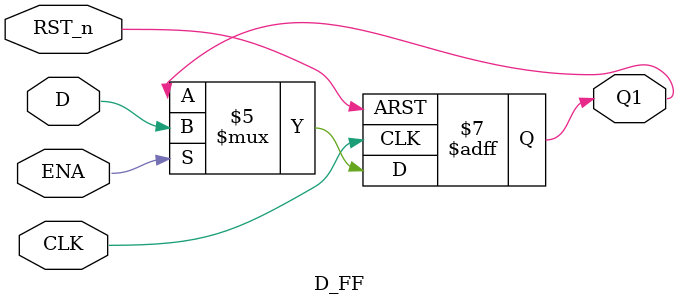
<source format=v>
`timescale 1ns / 1ns
module regfile(
    input clk, //¼Ä´æÆ÷×éÊ±ÖÓÐÅºÅ£¬ÏÂ½µÑØÐ´ÈëÊý¾Ý
    input rst, //reset ÐÅºÅ£¬Òì²½¸´Î»£¬¸ßµçÆ½Ê±È«²¿¼Ä´æÆ÷ÖÃÁã
    input we, //¼Ä´æÆ÷¶ÁÐ´ÓÐÐ§ÐÅºÅ£¬¸ßµçÆ½Ê±ÔÊÐí¼Ä´æÆ÷Ð´ÈëÊý¾Ý£¬µÍµçÆ½Ê±ÔÊÐí¼Ä´æÆ÷¶Á³öÊý¾Ý
    input ov,
    input [4:0] raddr1, //ËùÐè¶ÁÈ¡µÄ¼Ä´æÆ÷µÄµØÖ·
    input [4:0] raddr2, //ËùÐè¶ÁÈ¡µÄ¼Ä´æÆ÷µÄµØÖ·
    input [4:0] waddr, //Ð´¼Ä´æÆ÷µÄµØÖ·
    input [31:0] wdata, //Ð´¼Ä´æÆ÷Êý¾Ý£¬Êý¾ÝÔÚ clk ÏÂ½µÑØÊ±±»Ð´Èë
    output [31:0] rdata1, //raddr1 Ëù¶ÔÓ¦¼Ä´æÆ÷µÄÊä³öÊý¾Ý
    output [31:0] rdata2 //raddr2 Ëù¶ÔÓ¦¼Ä´æÆ÷µÄÊä³öÊý¾Ý
    );
    wire [31:0] switch;
    wire [31:0] array_reg [31:0];
    reg c_o;
    always@(ov)
    begin
    case(ov)
    1'bz:c_o = 1;
    1'b1:c_o = 0;
    1'b0:c_o = 1;
    default:c_o=1;
    endcase
    end
    Decoder dec (waddr,we&c_o,switch);
    assign array_reg[0] = 0;
    Pcreg Reg2 (clk,rst,switch[1],wdata,array_reg[1]);
    Pcreg Reg3 (clk,rst,switch[2],wdata,array_reg[2]);
    Pcreg Reg4 (clk,rst,switch[3],wdata,array_reg[3]);
    Pcreg Reg5 (clk,rst,switch[4],wdata,array_reg[4]);
    Pcreg Reg6 (clk,rst,switch[5],wdata,array_reg[5]);
    Pcreg Reg7 (clk,rst,switch[6],wdata,array_reg[6]);
    Pcreg Reg8 (clk,rst,switch[7],wdata,array_reg[7]);
    Pcreg Reg9 (clk,rst,switch[8],wdata,array_reg[8]);
    Pcreg Reg10 (clk,rst,switch[9],wdata,array_reg[9]);
    Pcreg Reg11 (clk,rst,switch[10],wdata,array_reg[10]);
    Pcreg Reg12 (clk,rst,switch[11],wdata,array_reg[11]);
    Pcreg Reg13 (clk,rst,switch[12],wdata,array_reg[12]);
    Pcreg Reg14 (clk,rst,switch[13],wdata,array_reg[13]);
    Pcreg Reg15 (clk,rst,switch[14],wdata,array_reg[14]);
    Pcreg Reg16 (clk,rst,switch[15],wdata,array_reg[15]);
    Pcreg Reg17 (clk,rst,switch[16],wdata,array_reg[16]);
    Pcreg Reg18 (clk,rst,switch[17],wdata,array_reg[17]);
    Pcreg Reg19 (clk,rst,switch[18],wdata,array_reg[18]);
    Pcreg Reg20 (clk,rst,switch[19],wdata,array_reg[19]);
    Pcreg Reg21 (clk,rst,switch[20],wdata,array_reg[20]);
    Pcreg Reg22 (clk,rst,switch[21],wdata,array_reg[21]);
    Pcreg Reg23 (clk,rst,switch[22],wdata,array_reg[22]);
    Pcreg Reg24 (clk,rst,switch[23],wdata,array_reg[23]);
    Pcreg Reg25 (clk,rst,switch[24],wdata,array_reg[24]);
    Pcreg Reg26 (clk,rst,switch[25],wdata,array_reg[25]);
    Pcreg Reg27 (clk,rst,switch[26],wdata,array_reg[26]);
    Pcreg Reg28 (clk,rst,switch[27],wdata,array_reg[27]);
    Pcreg Reg29 (clk,rst,switch[28],wdata,array_reg[28]);
    Pcreg Reg30 (clk,rst,switch[29],wdata,array_reg[29]);
    Pcreg Reg31 (clk,rst,switch[30],wdata,array_reg[30]);
    Pcreg Reg32 (clk,rst,switch[31],wdata,array_reg[31]);
    assign rdata1 = array_reg[raddr1];
    assign rdata2 = array_reg[raddr2];
endmodule
 
module Decoder(
    input [4:0] iData,      
    input  iEna,            
    output [31:0] oData      
    );        
    assign oData=(iEna==1)?(32'b00000000000000000000000000000001<<iData):32'bx;
endmodule
 
module Pcreg(
    input clk,  //1 Î»ÊäÈë£¬¼Ä´æÆ÷Ê±ÖÓÐÅºÅ£¬ÏÂ½µÑØÊ±Îª PC ¼Ä´æÆ÷¸³Öµ
    input rst,  //1 Î»ÊäÈë£¬Òì²½ÖØÖÃÐÅºÅ£¬¸ßµçÆ½Ê±½« PC ¼Ä´æÆ÷ÇåÁã
                //×¢£ºµ± ena ÐÅºÅÎÞÐ§Ê±£¬rst Ò²¿ÉÒÔÖØÖÃ¼Ä´æÆ÷
    input ena,  //1 Î»ÊäÈë,ÓÐÐ§ÐÅºÅ¸ßµçÆ½Ê± PC ¼Ä´æÆ÷¶ÁÈë data_inµÄÖµ£¬·ñÔò±£³ÖÔ­ÓÐÊä³ö
    input [31:0] data_in,       //32 Î»ÊäÈë£¬ÊäÈëÊý¾Ý½«±»´æÈë¼Ä´æÆ÷ÄÚ²¿
    output [31:0] data_out  //32 Î»Êä³ö£¬¹¤×÷Ê±Ê¼ÖÕÊä³ö PC¼Ä´æÆ÷ÄÚ²¿´æ´¢µÄÖµ
    );
    
    D_FF d0 (clk,data_in[0],ena,rst,data_out[0]);
    D_FF d1 (clk,data_in[1],ena,rst,data_out[1]);
    D_FF d2 (clk,data_in[2],ena,rst,data_out[2]);
    D_FF d3 (clk,data_in[3],ena,rst,data_out[3]);
    D_FF d4 (clk,data_in[4],ena,rst,data_out[4]);
    D_FF d5 (clk,data_in[5],ena,rst,data_out[5]);
    D_FF d6 (clk,data_in[6],ena,rst,data_out[6]);
    D_FF d7 (clk,data_in[7],ena,rst,data_out[7]);
    D_FF d8 (clk,data_in[8],ena,rst,data_out[8]);
    D_FF d9 (clk,data_in[9],ena,rst,data_out[9]);
    D_FF d10 (clk,data_in[10],ena,rst,data_out[10]);
    D_FF d11 (clk,data_in[11],ena,rst,data_out[11]);
    D_FF d12 (clk,data_in[12],ena,rst,data_out[12]);
    D_FF d13 (clk,data_in[13],ena,rst,data_out[13]);
    D_FF d14 (clk,data_in[14],ena,rst,data_out[14]);
    D_FF d15 (clk,data_in[15],ena,rst,data_out[15]);
    D_FF d16 (clk,data_in[16],ena,rst,data_out[16]);
    D_FF d17 (clk,data_in[17],ena,rst,data_out[17]);
    D_FF d18 (clk,data_in[18],ena,rst,data_out[18]);
    D_FF d19 (clk,data_in[19],ena,rst,data_out[19]);
    D_FF d20 (clk,data_in[20],ena,rst,data_out[20]);
    D_FF d21 (clk,data_in[21],ena,rst,data_out[21]);
    D_FF d22 (clk,data_in[22],ena,rst,data_out[22]);
    D_FF d23 (clk,data_in[23],ena,rst,data_out[23]);
    D_FF d24 (clk,data_in[24],ena,rst,data_out[24]);
    D_FF d25 (clk,data_in[25],ena,rst,data_out[25]);
    D_FF d26 (clk,data_in[26],ena,rst,data_out[26]);
    D_FF d27 (clk,data_in[27],ena,rst,data_out[27]);
    D_FF d28 (clk,data_in[28],ena,rst,data_out[28]);
    D_FF d29 (clk,data_in[29],ena,rst,data_out[29]);
    D_FF d30 (clk,data_in[30],ena,rst,data_out[30]);
    D_FF d31 (clk,data_in[31],ena,rst,data_out[31]);   
endmodule
 
module D_FF(
    input CLK,      //Ê±ÖÓÐÅºÅ£¬ÏÂ½µÑØÓÐÐ§
    input D,        //ÊäÈëÐÅºÅ D
    input ENA,
    input RST_n,    //¸´Î»ÐÅºÅ£¬¸ßµçÆ½ÓÐÐ§
    output reg Q1  //Êä³öÐÅºÅ Q1
    );
    
    always @(posedge RST_n or posedge CLK)
    begin
      if(RST_n==1)
        Q1 = 0;
      else
      begin
      if(ENA==1)
        Q1 = D;
      end
    end
endmodule

</source>
